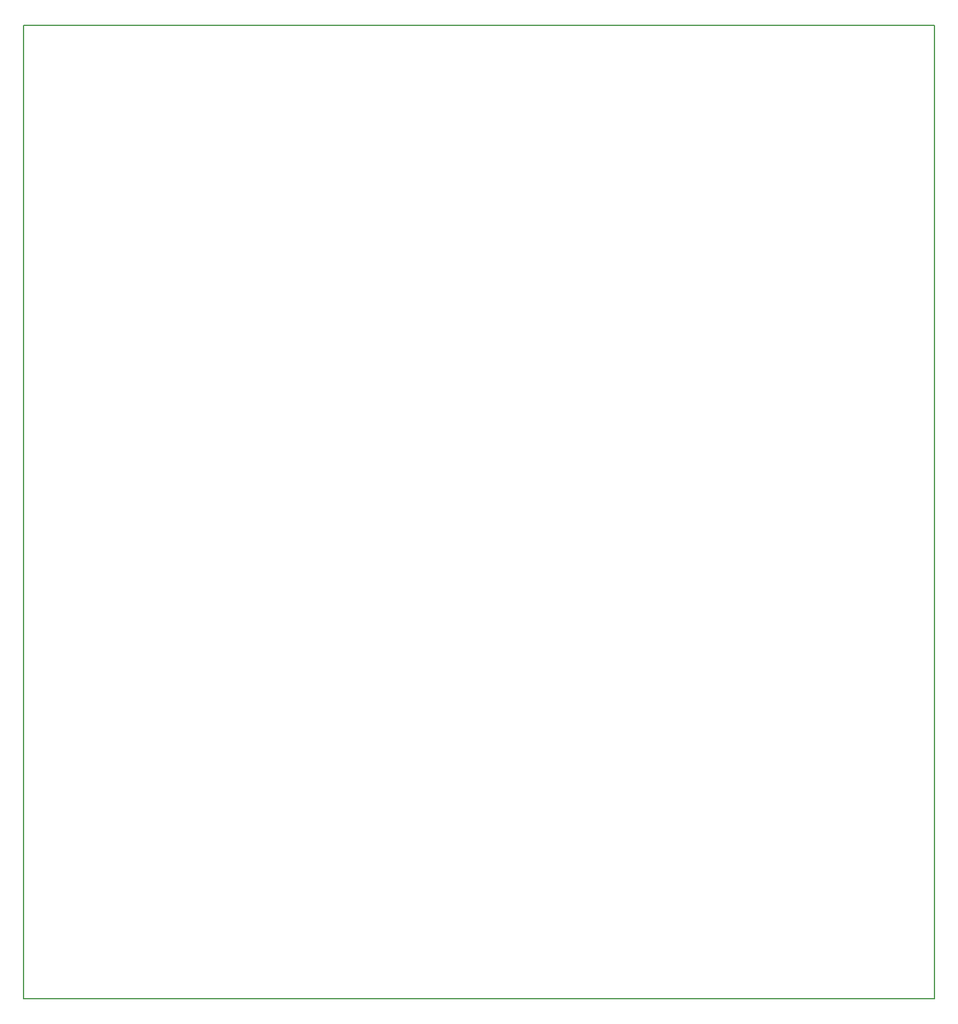
<source format=gbr>
%TF.GenerationSoftware,KiCad,Pcbnew,7.0.6*%
%TF.CreationDate,2023-07-29T11:39:48+05:30*%
%TF.ProjectId,Copy of Trainer Kit Prototype,436f7079-206f-4662-9054-7261696e6572,rev?*%
%TF.SameCoordinates,Original*%
%TF.FileFunction,Profile,NP*%
%FSLAX46Y46*%
G04 Gerber Fmt 4.6, Leading zero omitted, Abs format (unit mm)*
G04 Created by KiCad (PCBNEW 7.0.6) date 2023-07-29 11:39:48*
%MOMM*%
%LPD*%
G01*
G04 APERTURE LIST*
%TA.AperFunction,Profile*%
%ADD10C,0.200000*%
%TD*%
G04 APERTURE END LIST*
D10*
X0Y0D02*
X131064000Y0D01*
X131064000Y-140000000D01*
X0Y-140000000D01*
X0Y0D01*
M02*

</source>
